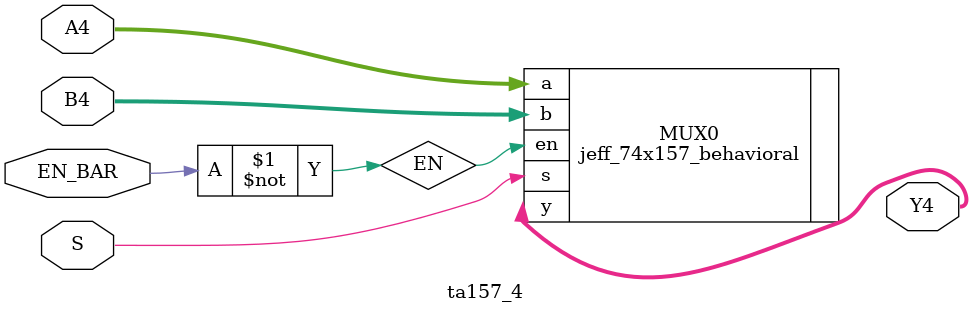
<source format=v>


module ta157_4(
    input  [3:0]    A4,                 // 
    input  [3:0]    B4,                 // 
    input           S,                  //
    input           EN_BAR,             //
    output [3:0]    Y4                  // 
);

// Replaced ta157_bar and ta157 in THESIS with jeff_74x157
assign EN = ~EN_BAR;

// Quad 2x1 multiplexers
jeff_74x157_behavioral MUX0 (
    .a(A4),
    .b(B4),
    .s(S),
    .en(EN),
    .y(Y4)
);

endmodule
</source>
